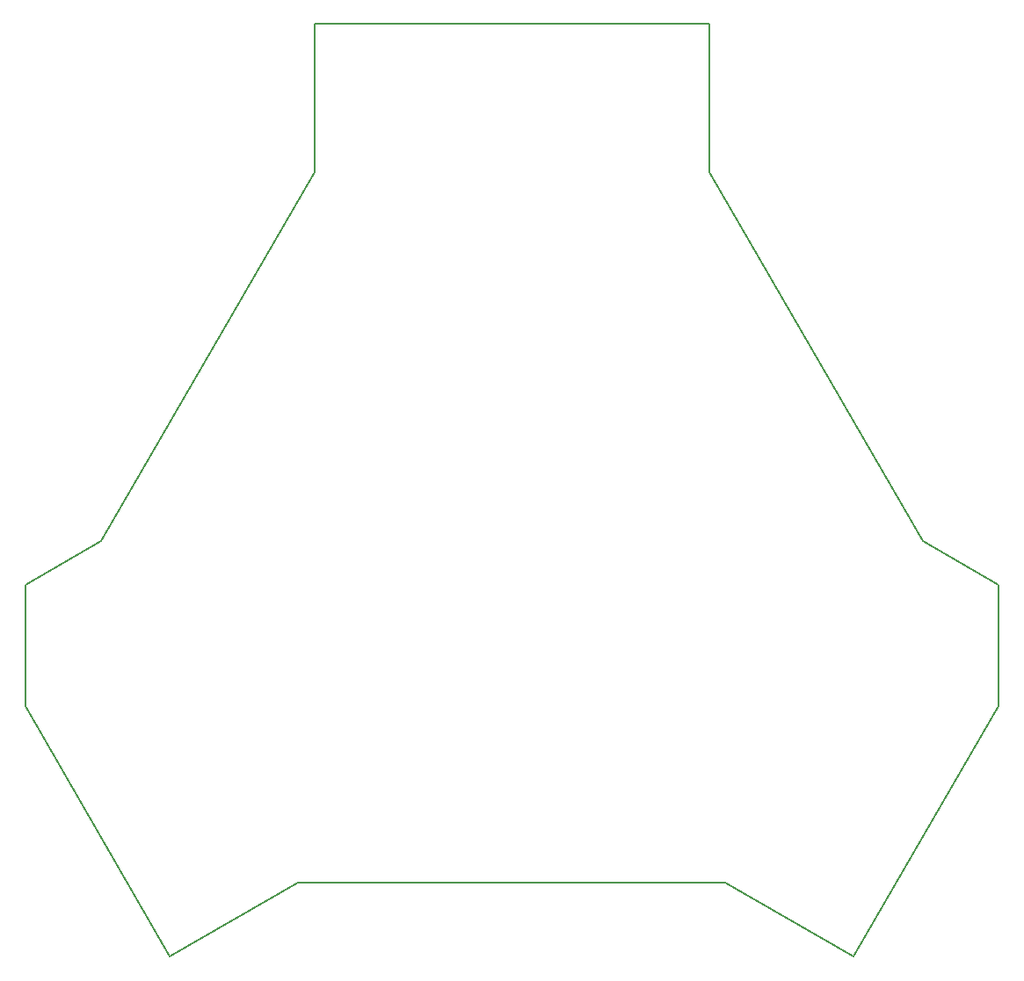
<source format=gm1>
G04 #@! TF.GenerationSoftware,KiCad,Pcbnew,5.0.2-bee76a0~70~ubuntu18.04.1*
G04 #@! TF.CreationDate,2019-01-29T21:25:53+01:00*
G04 #@! TF.ProjectId,Robot Propulsion V2,526f626f-7420-4507-926f-70756c73696f,rev?*
G04 #@! TF.SameCoordinates,Original*
G04 #@! TF.FileFunction,Profile,NP*
%FSLAX46Y46*%
G04 Gerber Fmt 4.6, Leading zero omitted, Abs format (unit mm)*
G04 Created by KiCad (PCBNEW 5.0.2-bee76a0~70~ubuntu18.04.1) date mar. 29 janv. 2019 21:25:53 CET*
%MOMM*%
%LPD*%
G01*
G04 APERTURE LIST*
%ADD10C,0.200000*%
G04 APERTURE END LIST*
D10*
X72140000Y-95763000D02*
X72140000Y-84079000D01*
X165860000Y-95763000D02*
X165860000Y-84079000D01*
X151940000Y-119910000D02*
X139580000Y-112780000D01*
X165860000Y-95763000D02*
X151940000Y-119910000D01*
X158580000Y-79870000D02*
X165860000Y-84079000D01*
X138000000Y-44270000D02*
X158580000Y-79870000D01*
X138000000Y-30000000D02*
X138000000Y-44270000D01*
X98420000Y-112780000D02*
X139580000Y-112780000D01*
X86060000Y-119910000D02*
X98420000Y-112780000D01*
X72140000Y-95763000D02*
X86060000Y-119910000D01*
X79420000Y-79870000D02*
X72140000Y-84079000D01*
X100000000Y-44270000D02*
X79420000Y-79870000D01*
X100000000Y-30000000D02*
X100000000Y-44270000D01*
X100000000Y-30000000D02*
X138000000Y-30000000D01*
M02*

</source>
